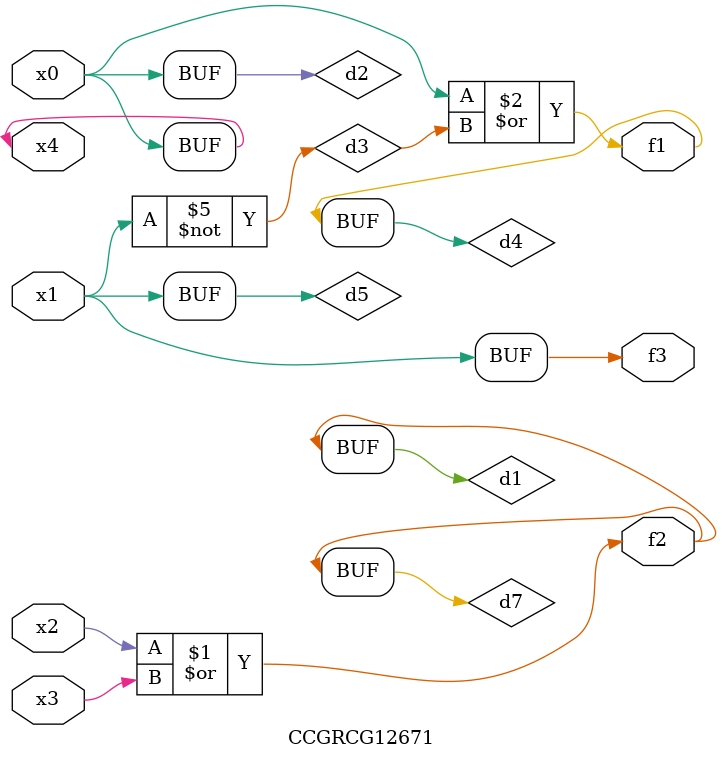
<source format=v>
module CCGRCG12671(
	input x0, x1, x2, x3, x4,
	output f1, f2, f3
);

	wire d1, d2, d3, d4, d5, d6, d7;

	or (d1, x2, x3);
	buf (d2, x0, x4);
	not (d3, x1);
	or (d4, d2, d3);
	not (d5, d3);
	nand (d6, d1, d3);
	or (d7, d1);
	assign f1 = d4;
	assign f2 = d7;
	assign f3 = d5;
endmodule

</source>
